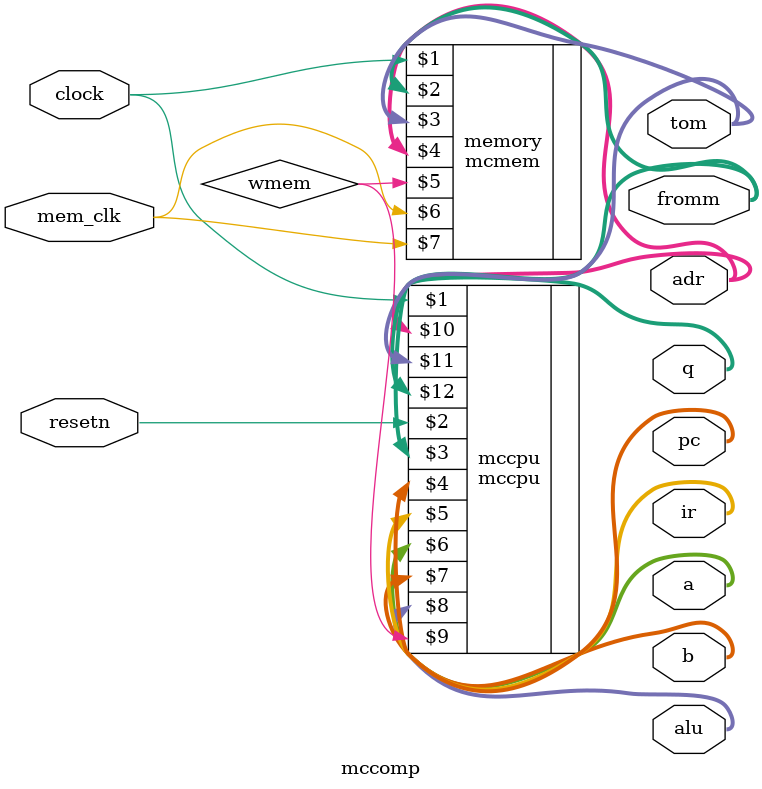
<source format=v>
`timescale 1ns / 1ps
module mccomp (clock,resetn,q,a,b,alu,adr,tom,fromm,pc,ir,mem_clk);
input clock, resetn, mem_clk;
output [31:0] a,b,alu, adr, tom, fromm,pc, ir;
output [2:0] q;
wire wmem;
mccpu mccpu (clock, resetn, fromm,pc, ir,a,b, alu, wmem, adr, tom,q) ;
mcmem memory (clock, fromm, tom, adr , wmem, mem_clk, mem_clk) ;
endmodule
</source>
